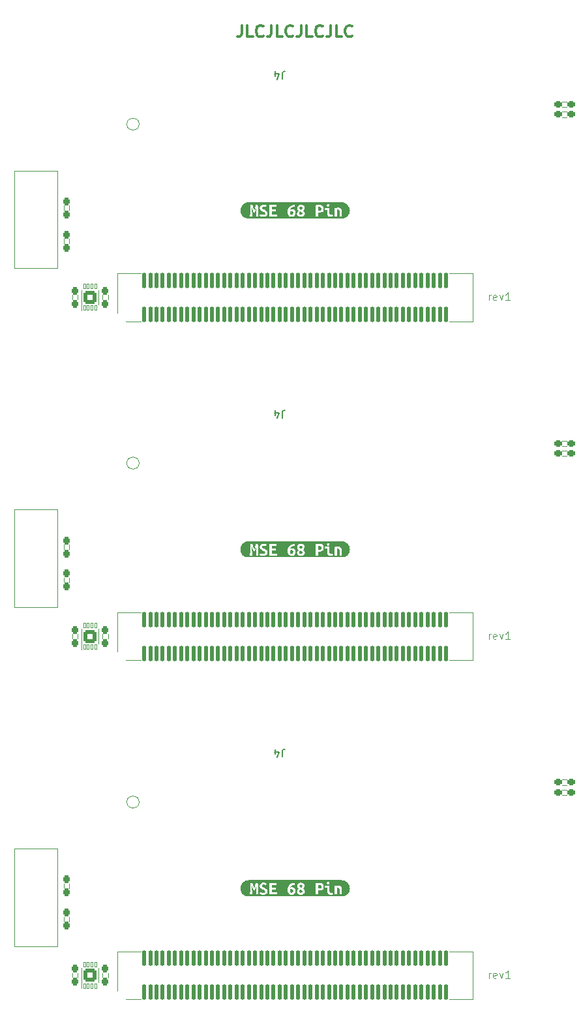
<source format=gto>
G04 #@! TF.GenerationSoftware,KiCad,Pcbnew,8.0.6*
G04 #@! TF.CreationDate,2024-11-07T02:27:43-08:00*
G04 #@! TF.ProjectId,mse-68-hd-panel,6d73652d-3638-42d6-9864-2d70616e656c,1*
G04 #@! TF.SameCoordinates,Original*
G04 #@! TF.FileFunction,Legend,Top*
G04 #@! TF.FilePolarity,Positive*
%FSLAX46Y46*%
G04 Gerber Fmt 4.6, Leading zero omitted, Abs format (unit mm)*
G04 Created by KiCad (PCBNEW 8.0.6) date 2024-11-07 02:27:43*
%MOMM*%
%LPD*%
G01*
G04 APERTURE LIST*
G04 Aperture macros list*
%AMRoundRect*
0 Rectangle with rounded corners*
0 $1 Rounding radius*
0 $2 $3 $4 $5 $6 $7 $8 $9 X,Y pos of 4 corners*
0 Add a 4 corners polygon primitive as box body*
4,1,4,$2,$3,$4,$5,$6,$7,$8,$9,$2,$3,0*
0 Add four circle primitives for the rounded corners*
1,1,$1+$1,$2,$3*
1,1,$1+$1,$4,$5*
1,1,$1+$1,$6,$7*
1,1,$1+$1,$8,$9*
0 Add four rect primitives between the rounded corners*
20,1,$1+$1,$2,$3,$4,$5,0*
20,1,$1+$1,$4,$5,$6,$7,0*
20,1,$1+$1,$6,$7,$8,$9,0*
20,1,$1+$1,$8,$9,$2,$3,0*%
G04 Aperture macros list end*
%ADD10C,0.100000*%
%ADD11C,0.300000*%
%ADD12C,0.150000*%
%ADD13C,0.000000*%
%ADD14C,0.120000*%
%ADD15C,0.500000*%
%ADD16RoundRect,0.225000X-0.225000X0.275000X-0.225000X-0.275000X0.225000X-0.275000X0.225000X0.275000X0*%
%ADD17C,2.300000*%
%ADD18C,2.700000*%
%ADD19C,1.950000*%
%ADD20RoundRect,0.062500X0.137500X-0.287500X0.137500X0.287500X-0.137500X0.287500X-0.137500X-0.287500X0*%
%ADD21RoundRect,0.265625X0.584375X-0.584375X0.584375X0.584375X-0.584375X0.584375X-0.584375X-0.584375X0*%
%ADD22C,2.500000*%
%ADD23RoundRect,0.225000X0.225000X-0.275000X0.225000X0.275000X-0.225000X0.275000X-0.225000X-0.275000X0*%
%ADD24RoundRect,0.225000X-0.275000X-0.225000X0.275000X-0.225000X0.275000X0.225000X-0.275000X0.225000X0*%
%ADD25C,6.500000*%
%ADD26RoundRect,0.225000X0.275000X0.225000X-0.275000X0.225000X-0.275000X-0.225000X0.275000X-0.225000X0*%
%ADD27C,0.800000*%
%ADD28C,1.200000*%
%ADD29RoundRect,0.125000X0.125000X0.925000X-0.125000X0.925000X-0.125000X-0.925000X0.125000X-0.925000X0*%
%ADD30C,1.300000*%
%ADD31C,4.200000*%
G04 APERTURE END LIST*
D10*
X-12357143Y10629581D02*
X-12357143Y11296248D01*
X-12357143Y11105772D02*
X-12309524Y11201010D01*
X-12309524Y11201010D02*
X-12261905Y11248629D01*
X-12261905Y11248629D02*
X-12166667Y11296248D01*
X-12166667Y11296248D02*
X-12071429Y11296248D01*
X-11357143Y10677200D02*
X-11452381Y10629581D01*
X-11452381Y10629581D02*
X-11642857Y10629581D01*
X-11642857Y10629581D02*
X-11738095Y10677200D01*
X-11738095Y10677200D02*
X-11785714Y10772439D01*
X-11785714Y10772439D02*
X-11785714Y11153391D01*
X-11785714Y11153391D02*
X-11738095Y11248629D01*
X-11738095Y11248629D02*
X-11642857Y11296248D01*
X-11642857Y11296248D02*
X-11452381Y11296248D01*
X-11452381Y11296248D02*
X-11357143Y11248629D01*
X-11357143Y11248629D02*
X-11309524Y11153391D01*
X-11309524Y11153391D02*
X-11309524Y11058153D01*
X-11309524Y11058153D02*
X-11785714Y10962915D01*
X-10976190Y11296248D02*
X-10738095Y10629581D01*
X-10738095Y10629581D02*
X-10500000Y11296248D01*
X-9595238Y10629581D02*
X-10166666Y10629581D01*
X-9880952Y10629581D02*
X-9880952Y11629581D01*
X-9880952Y11629581D02*
X-9976190Y11486724D01*
X-9976190Y11486724D02*
X-10071428Y11391486D01*
X-10071428Y11391486D02*
X-10166666Y11343867D01*
X-12357143Y98629581D02*
X-12357143Y99296248D01*
X-12357143Y99105772D02*
X-12309524Y99201010D01*
X-12309524Y99201010D02*
X-12261905Y99248629D01*
X-12261905Y99248629D02*
X-12166667Y99296248D01*
X-12166667Y99296248D02*
X-12071429Y99296248D01*
X-11357143Y98677200D02*
X-11452381Y98629581D01*
X-11452381Y98629581D02*
X-11642857Y98629581D01*
X-11642857Y98629581D02*
X-11738095Y98677200D01*
X-11738095Y98677200D02*
X-11785714Y98772439D01*
X-11785714Y98772439D02*
X-11785714Y99153391D01*
X-11785714Y99153391D02*
X-11738095Y99248629D01*
X-11738095Y99248629D02*
X-11642857Y99296248D01*
X-11642857Y99296248D02*
X-11452381Y99296248D01*
X-11452381Y99296248D02*
X-11357143Y99248629D01*
X-11357143Y99248629D02*
X-11309524Y99153391D01*
X-11309524Y99153391D02*
X-11309524Y99058153D01*
X-11309524Y99058153D02*
X-11785714Y98962915D01*
X-10976190Y99296248D02*
X-10738095Y98629581D01*
X-10738095Y98629581D02*
X-10500000Y99296248D01*
X-9595238Y98629581D02*
X-10166666Y98629581D01*
X-9880952Y98629581D02*
X-9880952Y99629581D01*
X-9880952Y99629581D02*
X-9976190Y99486724D01*
X-9976190Y99486724D02*
X-10071428Y99391486D01*
X-10071428Y99391486D02*
X-10166666Y99343867D01*
D11*
X-44428572Y134325172D02*
X-44428572Y133253743D01*
X-44428572Y133253743D02*
X-44500001Y133039458D01*
X-44500001Y133039458D02*
X-44642858Y132896600D01*
X-44642858Y132896600D02*
X-44857144Y132825172D01*
X-44857144Y132825172D02*
X-45000001Y132825172D01*
X-43000001Y132825172D02*
X-43714287Y132825172D01*
X-43714287Y132825172D02*
X-43714287Y134325172D01*
X-41642858Y132968029D02*
X-41714286Y132896600D01*
X-41714286Y132896600D02*
X-41928572Y132825172D01*
X-41928572Y132825172D02*
X-42071429Y132825172D01*
X-42071429Y132825172D02*
X-42285715Y132896600D01*
X-42285715Y132896600D02*
X-42428572Y133039458D01*
X-42428572Y133039458D02*
X-42500001Y133182315D01*
X-42500001Y133182315D02*
X-42571429Y133468029D01*
X-42571429Y133468029D02*
X-42571429Y133682315D01*
X-42571429Y133682315D02*
X-42500001Y133968029D01*
X-42500001Y133968029D02*
X-42428572Y134110886D01*
X-42428572Y134110886D02*
X-42285715Y134253743D01*
X-42285715Y134253743D02*
X-42071429Y134325172D01*
X-42071429Y134325172D02*
X-41928572Y134325172D01*
X-41928572Y134325172D02*
X-41714286Y134253743D01*
X-41714286Y134253743D02*
X-41642858Y134182315D01*
X-40571429Y134325172D02*
X-40571429Y133253743D01*
X-40571429Y133253743D02*
X-40642858Y133039458D01*
X-40642858Y133039458D02*
X-40785715Y132896600D01*
X-40785715Y132896600D02*
X-41000001Y132825172D01*
X-41000001Y132825172D02*
X-41142858Y132825172D01*
X-39142858Y132825172D02*
X-39857144Y132825172D01*
X-39857144Y132825172D02*
X-39857144Y134325172D01*
X-37785715Y132968029D02*
X-37857143Y132896600D01*
X-37857143Y132896600D02*
X-38071429Y132825172D01*
X-38071429Y132825172D02*
X-38214286Y132825172D01*
X-38214286Y132825172D02*
X-38428572Y132896600D01*
X-38428572Y132896600D02*
X-38571429Y133039458D01*
X-38571429Y133039458D02*
X-38642858Y133182315D01*
X-38642858Y133182315D02*
X-38714286Y133468029D01*
X-38714286Y133468029D02*
X-38714286Y133682315D01*
X-38714286Y133682315D02*
X-38642858Y133968029D01*
X-38642858Y133968029D02*
X-38571429Y134110886D01*
X-38571429Y134110886D02*
X-38428572Y134253743D01*
X-38428572Y134253743D02*
X-38214286Y134325172D01*
X-38214286Y134325172D02*
X-38071429Y134325172D01*
X-38071429Y134325172D02*
X-37857143Y134253743D01*
X-37857143Y134253743D02*
X-37785715Y134182315D01*
X-36714286Y134325172D02*
X-36714286Y133253743D01*
X-36714286Y133253743D02*
X-36785715Y133039458D01*
X-36785715Y133039458D02*
X-36928572Y132896600D01*
X-36928572Y132896600D02*
X-37142858Y132825172D01*
X-37142858Y132825172D02*
X-37285715Y132825172D01*
X-35285715Y132825172D02*
X-36000001Y132825172D01*
X-36000001Y132825172D02*
X-36000001Y134325172D01*
X-33928572Y132968029D02*
X-34000000Y132896600D01*
X-34000000Y132896600D02*
X-34214286Y132825172D01*
X-34214286Y132825172D02*
X-34357143Y132825172D01*
X-34357143Y132825172D02*
X-34571429Y132896600D01*
X-34571429Y132896600D02*
X-34714286Y133039458D01*
X-34714286Y133039458D02*
X-34785715Y133182315D01*
X-34785715Y133182315D02*
X-34857143Y133468029D01*
X-34857143Y133468029D02*
X-34857143Y133682315D01*
X-34857143Y133682315D02*
X-34785715Y133968029D01*
X-34785715Y133968029D02*
X-34714286Y134110886D01*
X-34714286Y134110886D02*
X-34571429Y134253743D01*
X-34571429Y134253743D02*
X-34357143Y134325172D01*
X-34357143Y134325172D02*
X-34214286Y134325172D01*
X-34214286Y134325172D02*
X-34000000Y134253743D01*
X-34000000Y134253743D02*
X-33928572Y134182315D01*
X-32857143Y134325172D02*
X-32857143Y133253743D01*
X-32857143Y133253743D02*
X-32928572Y133039458D01*
X-32928572Y133039458D02*
X-33071429Y132896600D01*
X-33071429Y132896600D02*
X-33285715Y132825172D01*
X-33285715Y132825172D02*
X-33428572Y132825172D01*
X-31428572Y132825172D02*
X-32142858Y132825172D01*
X-32142858Y132825172D02*
X-32142858Y134325172D01*
X-30071429Y132968029D02*
X-30142857Y132896600D01*
X-30142857Y132896600D02*
X-30357143Y132825172D01*
X-30357143Y132825172D02*
X-30500000Y132825172D01*
X-30500000Y132825172D02*
X-30714286Y132896600D01*
X-30714286Y132896600D02*
X-30857143Y133039458D01*
X-30857143Y133039458D02*
X-30928572Y133182315D01*
X-30928572Y133182315D02*
X-31000000Y133468029D01*
X-31000000Y133468029D02*
X-31000000Y133682315D01*
X-31000000Y133682315D02*
X-30928572Y133968029D01*
X-30928572Y133968029D02*
X-30857143Y134110886D01*
X-30857143Y134110886D02*
X-30714286Y134253743D01*
X-30714286Y134253743D02*
X-30500000Y134325172D01*
X-30500000Y134325172D02*
X-30357143Y134325172D01*
X-30357143Y134325172D02*
X-30142857Y134253743D01*
X-30142857Y134253743D02*
X-30071429Y134182315D01*
D10*
X-12357143Y54629581D02*
X-12357143Y55296248D01*
X-12357143Y55105772D02*
X-12309524Y55201010D01*
X-12309524Y55201010D02*
X-12261905Y55248629D01*
X-12261905Y55248629D02*
X-12166667Y55296248D01*
X-12166667Y55296248D02*
X-12071429Y55296248D01*
X-11357143Y54677200D02*
X-11452381Y54629581D01*
X-11452381Y54629581D02*
X-11642857Y54629581D01*
X-11642857Y54629581D02*
X-11738095Y54677200D01*
X-11738095Y54677200D02*
X-11785714Y54772439D01*
X-11785714Y54772439D02*
X-11785714Y55153391D01*
X-11785714Y55153391D02*
X-11738095Y55248629D01*
X-11738095Y55248629D02*
X-11642857Y55296248D01*
X-11642857Y55296248D02*
X-11452381Y55296248D01*
X-11452381Y55296248D02*
X-11357143Y55248629D01*
X-11357143Y55248629D02*
X-11309524Y55153391D01*
X-11309524Y55153391D02*
X-11309524Y55058153D01*
X-11309524Y55058153D02*
X-11785714Y54962915D01*
X-10976190Y55296248D02*
X-10738095Y54629581D01*
X-10738095Y54629581D02*
X-10500000Y55296248D01*
X-9595238Y54629581D02*
X-10166666Y54629581D01*
X-9880952Y54629581D02*
X-9880952Y55629581D01*
X-9880952Y55629581D02*
X-9976190Y55486724D01*
X-9976190Y55486724D02*
X-10071428Y55391486D01*
X-10071428Y55391486D02*
X-10166666Y55343867D01*
D12*
X-39166667Y127356820D02*
X-39166667Y128071105D01*
X-39166667Y128071105D02*
X-39119048Y128213962D01*
X-39119048Y128213962D02*
X-39023810Y128309200D01*
X-39023810Y128309200D02*
X-38880953Y128356820D01*
X-38880953Y128356820D02*
X-38785715Y128356820D01*
X-40071429Y127690153D02*
X-40071429Y128356820D01*
X-39833334Y127309200D02*
X-39595239Y128023486D01*
X-39595239Y128023486D02*
X-40214286Y128023486D01*
X-39166667Y39356820D02*
X-39166667Y40071105D01*
X-39166667Y40071105D02*
X-39119048Y40213962D01*
X-39119048Y40213962D02*
X-39023810Y40309200D01*
X-39023810Y40309200D02*
X-38880953Y40356820D01*
X-38880953Y40356820D02*
X-38785715Y40356820D01*
X-40071429Y39690153D02*
X-40071429Y40356820D01*
X-39833334Y39309200D02*
X-39595239Y40023486D01*
X-39595239Y40023486D02*
X-40214286Y40023486D01*
X-39166667Y83356820D02*
X-39166667Y84071105D01*
X-39166667Y84071105D02*
X-39119048Y84213962D01*
X-39119048Y84213962D02*
X-39023810Y84309200D01*
X-39023810Y84309200D02*
X-38880953Y84356820D01*
X-38880953Y84356820D02*
X-38785715Y84356820D01*
X-40071429Y83690153D02*
X-40071429Y84356820D01*
X-39833334Y83309200D02*
X-39595239Y84023486D01*
X-39595239Y84023486D02*
X-40214286Y84023486D01*
D10*
G04 #@! TO.C,R2*
X-67549999Y110902000D02*
X-67549999Y110302000D01*
X-66850001Y110302000D02*
X-66850001Y110902000D01*
G04 #@! TO.C,J3*
X-68370000Y58772001D02*
X-73969999Y58772000D01*
X-73969999Y71442000D01*
X-68369999Y71442000D01*
X-68370000Y58772001D01*
G04 #@! TO.C,U1*
X-65200000Y97302000D02*
X-65200000Y99952000D01*
X-63000000Y99952000D02*
X-63000000Y98052000D01*
G04 #@! TO.C,R2*
X-67549999Y22902000D02*
X-67549999Y22302000D01*
X-66850001Y22302000D02*
X-66850001Y22902000D01*
G04 #@! TO.C,U1*
X-65200000Y9302000D02*
X-65200000Y11952000D01*
X-63000000Y11952000D02*
X-63000000Y10052000D01*
D13*
G04 #@! TO.C,kibuzzard-672C6177*
G36*
X-36612783Y22735764D02*
G01*
X-36555836Y22608543D01*
X-36587338Y22478898D01*
X-36693962Y22356523D01*
X-36813308Y22413470D01*
X-36890246Y22467994D01*
X-36945981Y22606120D01*
X-36886611Y22734553D01*
X-36749697Y22778171D01*
X-36612783Y22735764D01*
G37*
G36*
X-36693962Y22093599D02*
G01*
X-36590973Y22033018D01*
X-36532815Y21966378D01*
X-36514641Y21881564D01*
X-36578857Y21756766D01*
X-36752120Y21704666D01*
X-36915691Y21754342D01*
X-36984754Y21900950D01*
X-36948405Y22033018D01*
X-36844204Y22157816D01*
X-36693962Y22093599D01*
G37*
G36*
X-34248586Y22733038D02*
G01*
X-34165287Y22692145D01*
X-34111672Y22618539D01*
X-34093800Y22506766D01*
X-34111975Y22388935D01*
X-34166498Y22311693D01*
X-34256765Y22268983D01*
X-34382169Y22254746D01*
X-34503332Y22254746D01*
X-34503332Y22739399D01*
X-34429422Y22745457D01*
X-34355513Y22746669D01*
X-34248586Y22733038D01*
G37*
G36*
X-37875909Y22185986D02*
G01*
X-37806240Y22139641D01*
X-37755351Y21963955D01*
X-37766256Y21879141D01*
X-37800182Y21799173D01*
X-37859552Y21738591D01*
X-37946789Y21714359D01*
X-38052201Y21744649D01*
X-38118841Y21825829D01*
X-38152767Y21940934D01*
X-38162460Y22075425D01*
X-38161248Y22121467D01*
X-38157613Y22165086D01*
X-38077645Y22191742D01*
X-37983138Y22201435D01*
X-37875909Y22185986D01*
G37*
G36*
X-31337556Y23343407D02*
G01*
X-31235974Y23328339D01*
X-31136358Y23303386D01*
X-31039668Y23268790D01*
X-30946834Y23224883D01*
X-30858751Y23172088D01*
X-30776267Y23110914D01*
X-30700176Y23041949D01*
X-30631212Y22965858D01*
X-30570037Y22883374D01*
X-30517242Y22795291D01*
X-30473335Y22702458D01*
X-30438739Y22605767D01*
X-30413786Y22506151D01*
X-30398718Y22404570D01*
X-30393679Y22302000D01*
X-30398718Y22199430D01*
X-30413786Y22097849D01*
X-30438739Y21998233D01*
X-30473335Y21901542D01*
X-30517242Y21808709D01*
X-30570037Y21720626D01*
X-30631212Y21638142D01*
X-30700176Y21562051D01*
X-30776267Y21493086D01*
X-30858751Y21431912D01*
X-30946834Y21379117D01*
X-31039668Y21335210D01*
X-31136358Y21300614D01*
X-31235974Y21275661D01*
X-31337556Y21260593D01*
X-31440125Y21255554D01*
X-31440327Y21255554D01*
X-32911248Y21255554D01*
X-34503332Y21255554D01*
X-36756967Y21255554D01*
X-37939519Y21255554D01*
X-40837742Y21255554D01*
X-41639842Y21255554D01*
X-42257775Y21255554D01*
X-43357936Y21255554D01*
X-43559875Y21255554D01*
X-43662444Y21260593D01*
X-43764026Y21275661D01*
X-43863642Y21300614D01*
X-43960332Y21335210D01*
X-44053166Y21379117D01*
X-44141249Y21431912D01*
X-44218217Y21488995D01*
X-43357936Y21488995D01*
X-43084107Y21488995D01*
X-43096224Y22654585D01*
X-42919326Y22019690D01*
X-42701232Y22019690D01*
X-42517064Y22654585D01*
X-42531603Y21488995D01*
X-42257775Y21488995D01*
X-42260118Y21571386D01*
X-42105109Y21571386D01*
X-41937904Y21497477D01*
X-41807653Y21467489D01*
X-41639842Y21457493D01*
X-41469810Y21470282D01*
X-41402247Y21488995D01*
X-40837742Y21488995D01*
X-39875707Y21488995D01*
X-39875707Y21736168D01*
X-40539681Y21736168D01*
X-40539681Y22102081D01*
X-38455674Y22102081D01*
X-38441000Y21900277D01*
X-38396978Y21737514D01*
X-38323607Y21613793D01*
X-38222233Y21526960D01*
X-38094204Y21474859D01*
X-37939519Y21457493D01*
X-37824414Y21469306D01*
X-37726272Y21504746D01*
X-37578453Y21627121D01*
X-37492427Y21791903D01*
X-37480975Y21864601D01*
X-37263429Y21864601D01*
X-37227080Y21693761D01*
X-37124091Y21565328D01*
X-36964156Y21485360D01*
X-36865711Y21464460D01*
X-36756967Y21457493D01*
X-36623082Y21467186D01*
X-36512217Y21496265D01*
X-36351070Y21594407D01*
X-36261410Y21728898D01*
X-36233542Y21876717D01*
X-36247779Y21985764D01*
X-36290489Y22085118D01*
X-36367730Y22175990D01*
X-36485561Y22259593D01*
X-36391054Y22335623D01*
X-36325626Y22428010D01*
X-36287460Y22529484D01*
X-36274737Y22632775D01*
X-36306543Y22793922D01*
X-36401959Y22918721D01*
X-36496989Y22969609D01*
X-34801393Y22969609D01*
X-34801393Y21488995D01*
X-34503332Y21488995D01*
X-34503332Y21995457D01*
X-34396708Y21995457D01*
X-34217522Y22008785D01*
X-34067683Y22048769D01*
X-33947193Y22115409D01*
X-33859013Y22211935D01*
X-33806105Y22341580D01*
X-33788469Y22504342D01*
X-33801892Y22627929D01*
X-33633380Y22627929D01*
X-33633380Y22380756D01*
X-33318356Y22380756D01*
X-33318356Y21961532D01*
X-33313510Y21849456D01*
X-33298970Y21750708D01*
X-33232330Y21594407D01*
X-33106321Y21496265D01*
X-33018174Y21470821D01*
X-32911248Y21462339D01*
X-32762217Y21478090D01*
X-32588954Y21537460D01*
X-32627726Y21777363D01*
X-32758582Y21732533D01*
X-32857936Y21721628D01*
X-32982734Y21771305D01*
X-33020295Y21922759D01*
X-33020295Y22591580D01*
X-32356321Y22591580D01*
X-32356321Y21488995D01*
X-32058259Y21488995D01*
X-32058259Y22383179D01*
X-31989196Y22390449D01*
X-31922557Y22392872D01*
X-31774737Y22322598D01*
X-31747476Y22229908D01*
X-31738389Y22092388D01*
X-31738389Y21488995D01*
X-31440327Y21488995D01*
X-31440327Y22131160D01*
X-31445779Y22242327D01*
X-31462137Y22343195D01*
X-31536046Y22507977D01*
X-31677807Y22614601D01*
X-31778978Y22642771D01*
X-31903170Y22652162D01*
X-32036147Y22647315D01*
X-32158825Y22632775D01*
X-32266963Y22612784D01*
X-32356321Y22591580D01*
X-33020295Y22591580D01*
X-33020295Y22627929D01*
X-33221426Y22627929D01*
X-33633380Y22627929D01*
X-33801892Y22627929D01*
X-33805971Y22665489D01*
X-33858475Y22793519D01*
X-33945981Y22888430D01*
X-34065260Y22953723D01*
X-34070339Y22955069D01*
X-33408017Y22955069D01*
X-33353494Y22816943D01*
X-33221426Y22766055D01*
X-33088146Y22816943D01*
X-33032411Y22955069D01*
X-33088146Y23095619D01*
X-33221426Y23146507D01*
X-33353494Y23095619D01*
X-33408017Y22955069D01*
X-34070339Y22955069D01*
X-34213079Y22992899D01*
X-34389439Y23005958D01*
X-34483946Y23003535D01*
X-34592993Y22997477D01*
X-34703251Y22986572D01*
X-34801393Y22969609D01*
X-36496989Y22969609D01*
X-36551292Y22998688D01*
X-36744851Y23025344D01*
X-36869649Y23015045D01*
X-36972637Y22984149D01*
X-37120456Y22879948D01*
X-37201636Y22738187D01*
X-37227080Y22586733D01*
X-37188308Y22412258D01*
X-37132573Y22332291D01*
X-37042912Y22257170D01*
X-37141660Y22173870D01*
X-37210117Y22079060D01*
X-37250101Y21975162D01*
X-37263429Y21864601D01*
X-37480975Y21864601D01*
X-37464560Y21968801D01*
X-37490004Y22152969D01*
X-37573607Y22305635D01*
X-37722637Y22409835D01*
X-37823506Y22438914D01*
X-37944366Y22448607D01*
X-38021910Y22437703D01*
X-38111571Y22407412D01*
X-38027968Y22564924D01*
X-37893477Y22667913D01*
X-37723849Y22724859D01*
X-37534834Y22744246D01*
X-37551797Y22998688D01*
X-37746264Y22984149D01*
X-37922557Y22940530D01*
X-38077645Y22868438D01*
X-38208502Y22768478D01*
X-38313611Y22641257D01*
X-38391458Y22487380D01*
X-38439620Y22307452D01*
X-38455674Y22102081D01*
X-40539681Y22102081D01*
X-40539681Y22157816D01*
X-40008986Y22157816D01*
X-40008986Y22404989D01*
X-40539681Y22404989D01*
X-40539681Y22741822D01*
X-39929019Y22741822D01*
X-39929019Y22988995D01*
X-40837742Y22988995D01*
X-40837742Y21488995D01*
X-41402247Y21488995D01*
X-41331280Y21508651D01*
X-41224253Y21572598D01*
X-41121567Y21711632D01*
X-41087338Y21898527D01*
X-41097637Y22011511D01*
X-41128534Y22103292D01*
X-41233946Y22238995D01*
X-41374495Y22326233D01*
X-41521103Y22385603D01*
X-41614398Y22421952D01*
X-41699212Y22466782D01*
X-41761006Y22524940D01*
X-41785238Y22601273D01*
X-41758852Y22696857D01*
X-41679692Y22754208D01*
X-41547758Y22773325D01*
X-41376918Y22749092D01*
X-41242427Y22690934D01*
X-41155190Y22921144D01*
X-41328453Y22991418D01*
X-41440226Y23015045D01*
X-41569568Y23022921D01*
X-41718060Y23009728D01*
X-41843666Y22970148D01*
X-41946385Y22904181D01*
X-42049071Y22762420D01*
X-42083300Y22574617D01*
X-42044527Y22396507D01*
X-41946385Y22276556D01*
X-41814317Y22196588D01*
X-41673768Y22140853D01*
X-41571991Y22098446D01*
X-41479907Y22047557D01*
X-41412056Y21983341D01*
X-41385400Y21900950D01*
X-41396305Y21829464D01*
X-41436288Y21766459D01*
X-41515044Y21722840D01*
X-41639842Y21707089D01*
X-41760703Y21715570D01*
X-41861571Y21741015D01*
X-42017872Y21813712D01*
X-42105109Y21571386D01*
X-42260118Y21571386D01*
X-42263227Y21680736D01*
X-42269891Y21868236D01*
X-42278069Y22053010D01*
X-42288065Y22236572D01*
X-42300182Y22420437D01*
X-42314721Y22606120D01*
X-42330775Y22795134D01*
X-42347435Y22988995D01*
X-42594608Y22988995D01*
X-42638227Y22860562D01*
X-42691539Y22694569D01*
X-42752120Y22510401D01*
X-42812702Y22325021D01*
X-42868437Y22499496D01*
X-42926595Y22686087D01*
X-42981119Y22858139D01*
X-43023526Y22988995D01*
X-43270699Y22988995D01*
X-43286753Y22824819D01*
X-43300989Y22647315D01*
X-43313409Y22460118D01*
X-43324011Y22266863D01*
X-43333401Y22069973D01*
X-43342185Y21871871D01*
X-43350363Y21676798D01*
X-43357936Y21488995D01*
X-44218217Y21488995D01*
X-44223733Y21493086D01*
X-44299824Y21562051D01*
X-44368788Y21638142D01*
X-44429963Y21720626D01*
X-44482758Y21808709D01*
X-44526665Y21901542D01*
X-44561261Y21998233D01*
X-44586214Y22097849D01*
X-44601282Y22199430D01*
X-44606321Y22302000D01*
X-44601282Y22404570D01*
X-44586214Y22506151D01*
X-44561261Y22605767D01*
X-44526665Y22702458D01*
X-44482758Y22795291D01*
X-44429963Y22883374D01*
X-44368788Y22965858D01*
X-44299824Y23041949D01*
X-44223733Y23110914D01*
X-44141249Y23172088D01*
X-44053166Y23224883D01*
X-43960332Y23268790D01*
X-43863642Y23303386D01*
X-43764026Y23328339D01*
X-43662444Y23343407D01*
X-43559875Y23348446D01*
X-43357936Y23348446D01*
X-31440327Y23348446D01*
X-31440125Y23348446D01*
X-31337556Y23343407D01*
G37*
D10*
G04 #@! TO.C,R3*
X-67549999Y18602000D02*
X-67549999Y18002000D01*
X-66850001Y18002000D02*
X-66850001Y18602000D01*
G04 #@! TO.C,C1*
X-66399999Y54702000D02*
X-66399999Y55302000D01*
X-65700001Y55302000D02*
X-65700001Y54702000D01*
G04 #@! TO.C,R3*
X-67549999Y106602000D02*
X-67549999Y106002000D01*
X-66850001Y106002000D02*
X-66850001Y106602000D01*
G04 #@! TO.C,R4*
X-2800000Y34402000D02*
X-2200000Y34402000D01*
X-2200000Y35102000D02*
X-2800000Y35102000D01*
G04 #@! TO.C,C2*
X-2800000Y80402000D02*
X-2200000Y80402000D01*
X-2200000Y79702000D02*
X-2800000Y79702000D01*
G04 #@! TO.C,C1*
X-66399999Y98702000D02*
X-66399999Y99302000D01*
X-65700001Y99302000D02*
X-65700001Y98702000D01*
G04 #@! TO.C,J3*
X-68370000Y14772001D02*
X-73969999Y14772000D01*
X-73969999Y27442000D01*
X-68369999Y27442000D01*
X-68370000Y14772001D01*
D14*
G04 #@! TO.C,J1*
X-60600001Y14102000D02*
X-60600000Y9002000D01*
X-60600001Y14102000D02*
X-57500001Y14102000D01*
X-59500000Y7902000D02*
X-57500001Y7902000D01*
X-17499999Y14102000D02*
X-14399999Y14102000D01*
X-17499999Y7902000D02*
X-14399999Y7902000D01*
X-14399999Y14102000D02*
X-14399999Y7902000D01*
X-60600001Y102102000D02*
X-60600000Y97002000D01*
X-60600001Y102102000D02*
X-57500001Y102102000D01*
X-59500000Y95902000D02*
X-57500001Y95902000D01*
X-17499999Y102102000D02*
X-14399999Y102102000D01*
X-17499999Y95902000D02*
X-14399999Y95902000D01*
X-14399999Y102102000D02*
X-14399999Y95902000D01*
D10*
G04 #@! TO.C,R2*
X-67549999Y66902000D02*
X-67549999Y66302000D01*
X-66850001Y66302000D02*
X-66850001Y66902000D01*
D14*
G04 #@! TO.C,J1*
X-60600001Y58102000D02*
X-60600000Y53002000D01*
X-60600001Y58102000D02*
X-57500001Y58102000D01*
X-59500000Y51902000D02*
X-57500001Y51902000D01*
X-17499999Y58102000D02*
X-14399999Y58102000D01*
X-17499999Y51902000D02*
X-14399999Y51902000D01*
X-14399999Y58102000D02*
X-14399999Y51902000D01*
D10*
G04 #@! TO.C,R1*
X-62499999Y99302000D02*
X-62499999Y98702000D01*
X-61800001Y98702000D02*
X-61800001Y99302000D01*
D14*
G04 #@! TO.C,J4*
X-57750000Y121486001D02*
G75*
G02*
X-59350000Y121486001I-800000J0D01*
G01*
X-59350000Y121486001D02*
G75*
G02*
X-57750000Y121486001I800000J0D01*
G01*
D10*
G04 #@! TO.C,R4*
X-2800000Y122402000D02*
X-2200000Y122402000D01*
X-2200000Y123102000D02*
X-2800000Y123102000D01*
D14*
G04 #@! TO.C,J4*
X-57750000Y33486001D02*
G75*
G02*
X-59350000Y33486001I-800000J0D01*
G01*
X-59350000Y33486001D02*
G75*
G02*
X-57750000Y33486001I800000J0D01*
G01*
D10*
G04 #@! TO.C,R1*
X-62499999Y11302000D02*
X-62499999Y10702000D01*
X-61800001Y10702000D02*
X-61800001Y11302000D01*
G04 #@! TO.C,R4*
X-2800000Y78402000D02*
X-2200000Y78402000D01*
X-2200000Y79102000D02*
X-2800000Y79102000D01*
G04 #@! TO.C,U1*
X-65200000Y53302000D02*
X-65200000Y55952000D01*
X-63000000Y55952000D02*
X-63000000Y54052000D01*
D13*
G04 #@! TO.C,kibuzzard-672C6177*
G36*
X-36612783Y66735764D02*
G01*
X-36555836Y66608543D01*
X-36587338Y66478898D01*
X-36693962Y66356523D01*
X-36813308Y66413470D01*
X-36890246Y66467994D01*
X-36945981Y66606120D01*
X-36886611Y66734553D01*
X-36749697Y66778171D01*
X-36612783Y66735764D01*
G37*
G36*
X-36693962Y66093599D02*
G01*
X-36590973Y66033018D01*
X-36532815Y65966378D01*
X-36514641Y65881564D01*
X-36578857Y65756766D01*
X-36752120Y65704666D01*
X-36915691Y65754342D01*
X-36984754Y65900950D01*
X-36948405Y66033018D01*
X-36844204Y66157816D01*
X-36693962Y66093599D01*
G37*
G36*
X-34248586Y66733038D02*
G01*
X-34165287Y66692145D01*
X-34111672Y66618539D01*
X-34093800Y66506766D01*
X-34111975Y66388935D01*
X-34166498Y66311693D01*
X-34256765Y66268983D01*
X-34382169Y66254746D01*
X-34503332Y66254746D01*
X-34503332Y66739399D01*
X-34429422Y66745457D01*
X-34355513Y66746669D01*
X-34248586Y66733038D01*
G37*
G36*
X-37875909Y66185986D02*
G01*
X-37806240Y66139641D01*
X-37755351Y65963955D01*
X-37766256Y65879141D01*
X-37800182Y65799173D01*
X-37859552Y65738591D01*
X-37946789Y65714359D01*
X-38052201Y65744649D01*
X-38118841Y65825829D01*
X-38152767Y65940934D01*
X-38162460Y66075425D01*
X-38161248Y66121467D01*
X-38157613Y66165086D01*
X-38077645Y66191742D01*
X-37983138Y66201435D01*
X-37875909Y66185986D01*
G37*
G36*
X-31337556Y67343407D02*
G01*
X-31235974Y67328339D01*
X-31136358Y67303386D01*
X-31039668Y67268790D01*
X-30946834Y67224883D01*
X-30858751Y67172088D01*
X-30776267Y67110914D01*
X-30700176Y67041949D01*
X-30631212Y66965858D01*
X-30570037Y66883374D01*
X-30517242Y66795291D01*
X-30473335Y66702458D01*
X-30438739Y66605767D01*
X-30413786Y66506151D01*
X-30398718Y66404570D01*
X-30393679Y66302000D01*
X-30398718Y66199430D01*
X-30413786Y66097849D01*
X-30438739Y65998233D01*
X-30473335Y65901542D01*
X-30517242Y65808709D01*
X-30570037Y65720626D01*
X-30631212Y65638142D01*
X-30700176Y65562051D01*
X-30776267Y65493086D01*
X-30858751Y65431912D01*
X-30946834Y65379117D01*
X-31039668Y65335210D01*
X-31136358Y65300614D01*
X-31235974Y65275661D01*
X-31337556Y65260593D01*
X-31440125Y65255554D01*
X-31440327Y65255554D01*
X-32911248Y65255554D01*
X-34503332Y65255554D01*
X-36756967Y65255554D01*
X-37939519Y65255554D01*
X-40837742Y65255554D01*
X-41639842Y65255554D01*
X-42257775Y65255554D01*
X-43357936Y65255554D01*
X-43559875Y65255554D01*
X-43662444Y65260593D01*
X-43764026Y65275661D01*
X-43863642Y65300614D01*
X-43960332Y65335210D01*
X-44053166Y65379117D01*
X-44141249Y65431912D01*
X-44218217Y65488995D01*
X-43357936Y65488995D01*
X-43084107Y65488995D01*
X-43096224Y66654585D01*
X-42919326Y66019690D01*
X-42701232Y66019690D01*
X-42517064Y66654585D01*
X-42531603Y65488995D01*
X-42257775Y65488995D01*
X-42260118Y65571386D01*
X-42105109Y65571386D01*
X-41937904Y65497477D01*
X-41807653Y65467489D01*
X-41639842Y65457493D01*
X-41469810Y65470282D01*
X-41402247Y65488995D01*
X-40837742Y65488995D01*
X-39875707Y65488995D01*
X-39875707Y65736168D01*
X-40539681Y65736168D01*
X-40539681Y66102081D01*
X-38455674Y66102081D01*
X-38441000Y65900277D01*
X-38396978Y65737514D01*
X-38323607Y65613793D01*
X-38222233Y65526960D01*
X-38094204Y65474859D01*
X-37939519Y65457493D01*
X-37824414Y65469306D01*
X-37726272Y65504746D01*
X-37578453Y65627121D01*
X-37492427Y65791903D01*
X-37480975Y65864601D01*
X-37263429Y65864601D01*
X-37227080Y65693761D01*
X-37124091Y65565328D01*
X-36964156Y65485360D01*
X-36865711Y65464460D01*
X-36756967Y65457493D01*
X-36623082Y65467186D01*
X-36512217Y65496265D01*
X-36351070Y65594407D01*
X-36261410Y65728898D01*
X-36233542Y65876717D01*
X-36247779Y65985764D01*
X-36290489Y66085118D01*
X-36367730Y66175990D01*
X-36485561Y66259593D01*
X-36391054Y66335623D01*
X-36325626Y66428010D01*
X-36287460Y66529484D01*
X-36274737Y66632775D01*
X-36306543Y66793922D01*
X-36401959Y66918721D01*
X-36496989Y66969609D01*
X-34801393Y66969609D01*
X-34801393Y65488995D01*
X-34503332Y65488995D01*
X-34503332Y65995457D01*
X-34396708Y65995457D01*
X-34217522Y66008785D01*
X-34067683Y66048769D01*
X-33947193Y66115409D01*
X-33859013Y66211935D01*
X-33806105Y66341580D01*
X-33788469Y66504342D01*
X-33801892Y66627929D01*
X-33633380Y66627929D01*
X-33633380Y66380756D01*
X-33318356Y66380756D01*
X-33318356Y65961532D01*
X-33313510Y65849456D01*
X-33298970Y65750708D01*
X-33232330Y65594407D01*
X-33106321Y65496265D01*
X-33018174Y65470821D01*
X-32911248Y65462339D01*
X-32762217Y65478090D01*
X-32588954Y65537460D01*
X-32627726Y65777363D01*
X-32758582Y65732533D01*
X-32857936Y65721628D01*
X-32982734Y65771305D01*
X-33020295Y65922759D01*
X-33020295Y66591580D01*
X-32356321Y66591580D01*
X-32356321Y65488995D01*
X-32058259Y65488995D01*
X-32058259Y66383179D01*
X-31989196Y66390449D01*
X-31922557Y66392872D01*
X-31774737Y66322598D01*
X-31747476Y66229908D01*
X-31738389Y66092388D01*
X-31738389Y65488995D01*
X-31440327Y65488995D01*
X-31440327Y66131160D01*
X-31445779Y66242327D01*
X-31462137Y66343195D01*
X-31536046Y66507977D01*
X-31677807Y66614601D01*
X-31778978Y66642771D01*
X-31903170Y66652162D01*
X-32036147Y66647315D01*
X-32158825Y66632775D01*
X-32266963Y66612784D01*
X-32356321Y66591580D01*
X-33020295Y66591580D01*
X-33020295Y66627929D01*
X-33221426Y66627929D01*
X-33633380Y66627929D01*
X-33801892Y66627929D01*
X-33805971Y66665489D01*
X-33858475Y66793519D01*
X-33945981Y66888430D01*
X-34065260Y66953723D01*
X-34070339Y66955069D01*
X-33408017Y66955069D01*
X-33353494Y66816943D01*
X-33221426Y66766055D01*
X-33088146Y66816943D01*
X-33032411Y66955069D01*
X-33088146Y67095619D01*
X-33221426Y67146507D01*
X-33353494Y67095619D01*
X-33408017Y66955069D01*
X-34070339Y66955069D01*
X-34213079Y66992899D01*
X-34389439Y67005958D01*
X-34483946Y67003535D01*
X-34592993Y66997477D01*
X-34703251Y66986572D01*
X-34801393Y66969609D01*
X-36496989Y66969609D01*
X-36551292Y66998688D01*
X-36744851Y67025344D01*
X-36869649Y67015045D01*
X-36972637Y66984149D01*
X-37120456Y66879948D01*
X-37201636Y66738187D01*
X-37227080Y66586733D01*
X-37188308Y66412258D01*
X-37132573Y66332291D01*
X-37042912Y66257170D01*
X-37141660Y66173870D01*
X-37210117Y66079060D01*
X-37250101Y65975162D01*
X-37263429Y65864601D01*
X-37480975Y65864601D01*
X-37464560Y65968801D01*
X-37490004Y66152969D01*
X-37573607Y66305635D01*
X-37722637Y66409835D01*
X-37823506Y66438914D01*
X-37944366Y66448607D01*
X-38021910Y66437703D01*
X-38111571Y66407412D01*
X-38027968Y66564924D01*
X-37893477Y66667913D01*
X-37723849Y66724859D01*
X-37534834Y66744246D01*
X-37551797Y66998688D01*
X-37746264Y66984149D01*
X-37922557Y66940530D01*
X-38077645Y66868438D01*
X-38208502Y66768478D01*
X-38313611Y66641257D01*
X-38391458Y66487380D01*
X-38439620Y66307452D01*
X-38455674Y66102081D01*
X-40539681Y66102081D01*
X-40539681Y66157816D01*
X-40008986Y66157816D01*
X-40008986Y66404989D01*
X-40539681Y66404989D01*
X-40539681Y66741822D01*
X-39929019Y66741822D01*
X-39929019Y66988995D01*
X-40837742Y66988995D01*
X-40837742Y65488995D01*
X-41402247Y65488995D01*
X-41331280Y65508651D01*
X-41224253Y65572598D01*
X-41121567Y65711632D01*
X-41087338Y65898527D01*
X-41097637Y66011511D01*
X-41128534Y66103292D01*
X-41233946Y66238995D01*
X-41374495Y66326233D01*
X-41521103Y66385603D01*
X-41614398Y66421952D01*
X-41699212Y66466782D01*
X-41761006Y66524940D01*
X-41785238Y66601273D01*
X-41758852Y66696857D01*
X-41679692Y66754208D01*
X-41547758Y66773325D01*
X-41376918Y66749092D01*
X-41242427Y66690934D01*
X-41155190Y66921144D01*
X-41328453Y66991418D01*
X-41440226Y67015045D01*
X-41569568Y67022921D01*
X-41718060Y67009728D01*
X-41843666Y66970148D01*
X-41946385Y66904181D01*
X-42049071Y66762420D01*
X-42083300Y66574617D01*
X-42044527Y66396507D01*
X-41946385Y66276556D01*
X-41814317Y66196588D01*
X-41673768Y66140853D01*
X-41571991Y66098446D01*
X-41479907Y66047557D01*
X-41412056Y65983341D01*
X-41385400Y65900950D01*
X-41396305Y65829464D01*
X-41436288Y65766459D01*
X-41515044Y65722840D01*
X-41639842Y65707089D01*
X-41760703Y65715570D01*
X-41861571Y65741015D01*
X-42017872Y65813712D01*
X-42105109Y65571386D01*
X-42260118Y65571386D01*
X-42263227Y65680736D01*
X-42269891Y65868236D01*
X-42278069Y66053010D01*
X-42288065Y66236572D01*
X-42300182Y66420437D01*
X-42314721Y66606120D01*
X-42330775Y66795134D01*
X-42347435Y66988995D01*
X-42594608Y66988995D01*
X-42638227Y66860562D01*
X-42691539Y66694569D01*
X-42752120Y66510401D01*
X-42812702Y66325021D01*
X-42868437Y66499496D01*
X-42926595Y66686087D01*
X-42981119Y66858139D01*
X-43023526Y66988995D01*
X-43270699Y66988995D01*
X-43286753Y66824819D01*
X-43300989Y66647315D01*
X-43313409Y66460118D01*
X-43324011Y66266863D01*
X-43333401Y66069973D01*
X-43342185Y65871871D01*
X-43350363Y65676798D01*
X-43357936Y65488995D01*
X-44218217Y65488995D01*
X-44223733Y65493086D01*
X-44299824Y65562051D01*
X-44368788Y65638142D01*
X-44429963Y65720626D01*
X-44482758Y65808709D01*
X-44526665Y65901542D01*
X-44561261Y65998233D01*
X-44586214Y66097849D01*
X-44601282Y66199430D01*
X-44606321Y66302000D01*
X-44601282Y66404570D01*
X-44586214Y66506151D01*
X-44561261Y66605767D01*
X-44526665Y66702458D01*
X-44482758Y66795291D01*
X-44429963Y66883374D01*
X-44368788Y66965858D01*
X-44299824Y67041949D01*
X-44223733Y67110914D01*
X-44141249Y67172088D01*
X-44053166Y67224883D01*
X-43960332Y67268790D01*
X-43863642Y67303386D01*
X-43764026Y67328339D01*
X-43662444Y67343407D01*
X-43559875Y67348446D01*
X-43357936Y67348446D01*
X-31440327Y67348446D01*
X-31440125Y67348446D01*
X-31337556Y67343407D01*
G37*
D10*
G04 #@! TO.C,J3*
X-68370000Y102772001D02*
X-73969999Y102772000D01*
X-73969999Y115442000D01*
X-68369999Y115442000D01*
X-68370000Y102772001D01*
D13*
G04 #@! TO.C,kibuzzard-672C6177*
G36*
X-36612783Y110735764D02*
G01*
X-36555836Y110608543D01*
X-36587338Y110478898D01*
X-36693962Y110356523D01*
X-36813308Y110413470D01*
X-36890246Y110467994D01*
X-36945981Y110606120D01*
X-36886611Y110734553D01*
X-36749697Y110778171D01*
X-36612783Y110735764D01*
G37*
G36*
X-36693962Y110093599D02*
G01*
X-36590973Y110033018D01*
X-36532815Y109966378D01*
X-36514641Y109881564D01*
X-36578857Y109756766D01*
X-36752120Y109704666D01*
X-36915691Y109754342D01*
X-36984754Y109900950D01*
X-36948405Y110033018D01*
X-36844204Y110157816D01*
X-36693962Y110093599D01*
G37*
G36*
X-34248586Y110733038D02*
G01*
X-34165287Y110692145D01*
X-34111672Y110618539D01*
X-34093800Y110506766D01*
X-34111975Y110388935D01*
X-34166498Y110311693D01*
X-34256765Y110268983D01*
X-34382169Y110254746D01*
X-34503332Y110254746D01*
X-34503332Y110739399D01*
X-34429422Y110745457D01*
X-34355513Y110746669D01*
X-34248586Y110733038D01*
G37*
G36*
X-37875909Y110185986D02*
G01*
X-37806240Y110139641D01*
X-37755351Y109963955D01*
X-37766256Y109879141D01*
X-37800182Y109799173D01*
X-37859552Y109738591D01*
X-37946789Y109714359D01*
X-38052201Y109744649D01*
X-38118841Y109825829D01*
X-38152767Y109940934D01*
X-38162460Y110075425D01*
X-38161248Y110121467D01*
X-38157613Y110165086D01*
X-38077645Y110191742D01*
X-37983138Y110201435D01*
X-37875909Y110185986D01*
G37*
G36*
X-31337556Y111343407D02*
G01*
X-31235974Y111328339D01*
X-31136358Y111303386D01*
X-31039668Y111268790D01*
X-30946834Y111224883D01*
X-30858751Y111172088D01*
X-30776267Y111110914D01*
X-30700176Y111041949D01*
X-30631212Y110965858D01*
X-30570037Y110883374D01*
X-30517242Y110795291D01*
X-30473335Y110702458D01*
X-30438739Y110605767D01*
X-30413786Y110506151D01*
X-30398718Y110404570D01*
X-30393679Y110302000D01*
X-30398718Y110199430D01*
X-30413786Y110097849D01*
X-30438739Y109998233D01*
X-30473335Y109901542D01*
X-30517242Y109808709D01*
X-30570037Y109720626D01*
X-30631212Y109638142D01*
X-30700176Y109562051D01*
X-30776267Y109493086D01*
X-30858751Y109431912D01*
X-30946834Y109379117D01*
X-31039668Y109335210D01*
X-31136358Y109300614D01*
X-31235974Y109275661D01*
X-31337556Y109260593D01*
X-31440125Y109255554D01*
X-31440327Y109255554D01*
X-32911248Y109255554D01*
X-34503332Y109255554D01*
X-36756967Y109255554D01*
X-37939519Y109255554D01*
X-40837742Y109255554D01*
X-41639842Y109255554D01*
X-42257775Y109255554D01*
X-43357936Y109255554D01*
X-43559875Y109255554D01*
X-43662444Y109260593D01*
X-43764026Y109275661D01*
X-43863642Y109300614D01*
X-43960332Y109335210D01*
X-44053166Y109379117D01*
X-44141249Y109431912D01*
X-44218217Y109488995D01*
X-43357936Y109488995D01*
X-43084107Y109488995D01*
X-43096224Y110654585D01*
X-42919326Y110019690D01*
X-42701232Y110019690D01*
X-42517064Y110654585D01*
X-42531603Y109488995D01*
X-42257775Y109488995D01*
X-42260118Y109571386D01*
X-42105109Y109571386D01*
X-41937904Y109497477D01*
X-41807653Y109467489D01*
X-41639842Y109457493D01*
X-41469810Y109470282D01*
X-41402247Y109488995D01*
X-40837742Y109488995D01*
X-39875707Y109488995D01*
X-39875707Y109736168D01*
X-40539681Y109736168D01*
X-40539681Y110102081D01*
X-38455674Y110102081D01*
X-38441000Y109900277D01*
X-38396978Y109737514D01*
X-38323607Y109613793D01*
X-38222233Y109526960D01*
X-38094204Y109474859D01*
X-37939519Y109457493D01*
X-37824414Y109469306D01*
X-37726272Y109504746D01*
X-37578453Y109627121D01*
X-37492427Y109791903D01*
X-37480975Y109864601D01*
X-37263429Y109864601D01*
X-37227080Y109693761D01*
X-37124091Y109565328D01*
X-36964156Y109485360D01*
X-36865711Y109464460D01*
X-36756967Y109457493D01*
X-36623082Y109467186D01*
X-36512217Y109496265D01*
X-36351070Y109594407D01*
X-36261410Y109728898D01*
X-36233542Y109876717D01*
X-36247779Y109985764D01*
X-36290489Y110085118D01*
X-36367730Y110175990D01*
X-36485561Y110259593D01*
X-36391054Y110335623D01*
X-36325626Y110428010D01*
X-36287460Y110529484D01*
X-36274737Y110632775D01*
X-36306543Y110793922D01*
X-36401959Y110918721D01*
X-36496989Y110969609D01*
X-34801393Y110969609D01*
X-34801393Y109488995D01*
X-34503332Y109488995D01*
X-34503332Y109995457D01*
X-34396708Y109995457D01*
X-34217522Y110008785D01*
X-34067683Y110048769D01*
X-33947193Y110115409D01*
X-33859013Y110211935D01*
X-33806105Y110341580D01*
X-33788469Y110504342D01*
X-33801892Y110627929D01*
X-33633380Y110627929D01*
X-33633380Y110380756D01*
X-33318356Y110380756D01*
X-33318356Y109961532D01*
X-33313510Y109849456D01*
X-33298970Y109750708D01*
X-33232330Y109594407D01*
X-33106321Y109496265D01*
X-33018174Y109470821D01*
X-32911248Y109462339D01*
X-32762217Y109478090D01*
X-32588954Y109537460D01*
X-32627726Y109777363D01*
X-32758582Y109732533D01*
X-32857936Y109721628D01*
X-32982734Y109771305D01*
X-33020295Y109922759D01*
X-33020295Y110591580D01*
X-32356321Y110591580D01*
X-32356321Y109488995D01*
X-32058259Y109488995D01*
X-32058259Y110383179D01*
X-31989196Y110390449D01*
X-31922557Y110392872D01*
X-31774737Y110322598D01*
X-31747476Y110229908D01*
X-31738389Y110092388D01*
X-31738389Y109488995D01*
X-31440327Y109488995D01*
X-31440327Y110131160D01*
X-31445779Y110242327D01*
X-31462137Y110343195D01*
X-31536046Y110507977D01*
X-31677807Y110614601D01*
X-31778978Y110642771D01*
X-31903170Y110652162D01*
X-32036147Y110647315D01*
X-32158825Y110632775D01*
X-32266963Y110612784D01*
X-32356321Y110591580D01*
X-33020295Y110591580D01*
X-33020295Y110627929D01*
X-33221426Y110627929D01*
X-33633380Y110627929D01*
X-33801892Y110627929D01*
X-33805971Y110665489D01*
X-33858475Y110793519D01*
X-33945981Y110888430D01*
X-34065260Y110953723D01*
X-34070339Y110955069D01*
X-33408017Y110955069D01*
X-33353494Y110816943D01*
X-33221426Y110766055D01*
X-33088146Y110816943D01*
X-33032411Y110955069D01*
X-33088146Y111095619D01*
X-33221426Y111146507D01*
X-33353494Y111095619D01*
X-33408017Y110955069D01*
X-34070339Y110955069D01*
X-34213079Y110992899D01*
X-34389439Y111005958D01*
X-34483946Y111003535D01*
X-34592993Y110997477D01*
X-34703251Y110986572D01*
X-34801393Y110969609D01*
X-36496989Y110969609D01*
X-36551292Y110998688D01*
X-36744851Y111025344D01*
X-36869649Y111015045D01*
X-36972637Y110984149D01*
X-37120456Y110879948D01*
X-37201636Y110738187D01*
X-37227080Y110586733D01*
X-37188308Y110412258D01*
X-37132573Y110332291D01*
X-37042912Y110257170D01*
X-37141660Y110173870D01*
X-37210117Y110079060D01*
X-37250101Y109975162D01*
X-37263429Y109864601D01*
X-37480975Y109864601D01*
X-37464560Y109968801D01*
X-37490004Y110152969D01*
X-37573607Y110305635D01*
X-37722637Y110409835D01*
X-37823506Y110438914D01*
X-37944366Y110448607D01*
X-38021910Y110437703D01*
X-38111571Y110407412D01*
X-38027968Y110564924D01*
X-37893477Y110667913D01*
X-37723849Y110724859D01*
X-37534834Y110744246D01*
X-37551797Y110998688D01*
X-37746264Y110984149D01*
X-37922557Y110940530D01*
X-38077645Y110868438D01*
X-38208502Y110768478D01*
X-38313611Y110641257D01*
X-38391458Y110487380D01*
X-38439620Y110307452D01*
X-38455674Y110102081D01*
X-40539681Y110102081D01*
X-40539681Y110157816D01*
X-40008986Y110157816D01*
X-40008986Y110404989D01*
X-40539681Y110404989D01*
X-40539681Y110741822D01*
X-39929019Y110741822D01*
X-39929019Y110988995D01*
X-40837742Y110988995D01*
X-40837742Y109488995D01*
X-41402247Y109488995D01*
X-41331280Y109508651D01*
X-41224253Y109572598D01*
X-41121567Y109711632D01*
X-41087338Y109898527D01*
X-41097637Y110011511D01*
X-41128534Y110103292D01*
X-41233946Y110238995D01*
X-41374495Y110326233D01*
X-41521103Y110385603D01*
X-41614398Y110421952D01*
X-41699212Y110466782D01*
X-41761006Y110524940D01*
X-41785238Y110601273D01*
X-41758852Y110696857D01*
X-41679692Y110754208D01*
X-41547758Y110773325D01*
X-41376918Y110749092D01*
X-41242427Y110690934D01*
X-41155190Y110921144D01*
X-41328453Y110991418D01*
X-41440226Y111015045D01*
X-41569568Y111022921D01*
X-41718060Y111009728D01*
X-41843666Y110970148D01*
X-41946385Y110904181D01*
X-42049071Y110762420D01*
X-42083300Y110574617D01*
X-42044527Y110396507D01*
X-41946385Y110276556D01*
X-41814317Y110196588D01*
X-41673768Y110140853D01*
X-41571991Y110098446D01*
X-41479907Y110047557D01*
X-41412056Y109983341D01*
X-41385400Y109900950D01*
X-41396305Y109829464D01*
X-41436288Y109766459D01*
X-41515044Y109722840D01*
X-41639842Y109707089D01*
X-41760703Y109715570D01*
X-41861571Y109741015D01*
X-42017872Y109813712D01*
X-42105109Y109571386D01*
X-42260118Y109571386D01*
X-42263227Y109680736D01*
X-42269891Y109868236D01*
X-42278069Y110053010D01*
X-42288065Y110236572D01*
X-42300182Y110420437D01*
X-42314721Y110606120D01*
X-42330775Y110795134D01*
X-42347435Y110988995D01*
X-42594608Y110988995D01*
X-42638227Y110860562D01*
X-42691539Y110694569D01*
X-42752120Y110510401D01*
X-42812702Y110325021D01*
X-42868437Y110499496D01*
X-42926595Y110686087D01*
X-42981119Y110858139D01*
X-43023526Y110988995D01*
X-43270699Y110988995D01*
X-43286753Y110824819D01*
X-43300989Y110647315D01*
X-43313409Y110460118D01*
X-43324011Y110266863D01*
X-43333401Y110069973D01*
X-43342185Y109871871D01*
X-43350363Y109676798D01*
X-43357936Y109488995D01*
X-44218217Y109488995D01*
X-44223733Y109493086D01*
X-44299824Y109562051D01*
X-44368788Y109638142D01*
X-44429963Y109720626D01*
X-44482758Y109808709D01*
X-44526665Y109901542D01*
X-44561261Y109998233D01*
X-44586214Y110097849D01*
X-44601282Y110199430D01*
X-44606321Y110302000D01*
X-44601282Y110404570D01*
X-44586214Y110506151D01*
X-44561261Y110605767D01*
X-44526665Y110702458D01*
X-44482758Y110795291D01*
X-44429963Y110883374D01*
X-44368788Y110965858D01*
X-44299824Y111041949D01*
X-44223733Y111110914D01*
X-44141249Y111172088D01*
X-44053166Y111224883D01*
X-43960332Y111268790D01*
X-43863642Y111303386D01*
X-43764026Y111328339D01*
X-43662444Y111343407D01*
X-43559875Y111348446D01*
X-43357936Y111348446D01*
X-31440327Y111348446D01*
X-31440125Y111348446D01*
X-31337556Y111343407D01*
G37*
D10*
G04 #@! TO.C,C1*
X-66399999Y10702000D02*
X-66399999Y11302000D01*
X-65700001Y11302000D02*
X-65700001Y10702000D01*
G04 #@! TO.C,C2*
X-2800000Y124402000D02*
X-2200000Y124402000D01*
X-2200000Y123702000D02*
X-2800000Y123702000D01*
G04 #@! TO.C,R3*
X-67549999Y62602000D02*
X-67549999Y62002000D01*
X-66850001Y62002000D02*
X-66850001Y62602000D01*
D14*
G04 #@! TO.C,J4*
X-57750000Y77486001D02*
G75*
G02*
X-59350000Y77486001I-800000J0D01*
G01*
X-59350000Y77486001D02*
G75*
G02*
X-57750000Y77486001I800000J0D01*
G01*
D10*
G04 #@! TO.C,C2*
X-2800000Y36402000D02*
X-2200000Y36402000D01*
X-2200000Y35702000D02*
X-2800000Y35702000D01*
G04 #@! TO.C,R1*
X-62499999Y55302000D02*
X-62499999Y54702000D01*
X-61800001Y54702000D02*
X-61800001Y55302000D01*
G04 #@! TD*
%LPC*%
D15*
G04 #@! TO.C,KiKit_MB_2_5*
X-62739400Y129002000D03*
G04 #@! TD*
G04 #@! TO.C,KiKit_MB_1_2*
X-9739401Y95002000D03*
G04 #@! TD*
D16*
G04 #@! TO.C,R2*
X-67200000Y111452000D03*
X-67200000Y109752000D03*
G04 #@! TD*
D15*
G04 #@! TO.C,KiKit_MB_4_3*
X-63579800Y95002000D03*
G04 #@! TD*
G04 #@! TO.C,KiKit_MB_6_1*
X-66100999Y85002000D03*
G04 #@! TD*
D17*
G04 #@! TO.C,J3*
X-72440000Y61872000D03*
D18*
X-69900000Y68342000D03*
D19*
X-72440000Y67012000D03*
X-69900000Y65742000D03*
X-72440000Y64472000D03*
X-69900000Y63202000D03*
G04 #@! TD*
D15*
G04 #@! TO.C,KiKit_MB_2_3*
X-64420199Y129002000D03*
G04 #@! TD*
D20*
G04 #@! TO.C,U1*
X-64850001Y97602000D03*
X-64350000Y97602000D03*
X-63850000Y97602000D03*
X-63349999Y97602000D03*
X-63349999Y100402000D03*
X-63850000Y100402000D03*
X-64350000Y100402000D03*
X-64850001Y100402000D03*
D21*
X-64100000Y99002000D03*
G04 #@! TD*
D16*
G04 #@! TO.C,R2*
X-67200000Y23452000D03*
X-67200000Y21752000D03*
G04 #@! TD*
D15*
G04 #@! TO.C,KiKit_MB_3_6*
X-8899001Y129002000D03*
G04 #@! TD*
D22*
G04 #@! TO.C,KiKit_FID_T_3*
X-72500000Y2500000D03*
G04 #@! TD*
D15*
G04 #@! TO.C,KiKit_MB_12_1*
X-61899000Y7002000D03*
G04 #@! TD*
G04 #@! TO.C,KiKit_MB_5_2*
X-9739401Y51002000D03*
G04 #@! TD*
G04 #@! TO.C,KiKit_MB_12_2*
X-62739400Y7002000D03*
G04 #@! TD*
G04 #@! TO.C,KiKit_MB_7_5*
X-9739401Y85002000D03*
G04 #@! TD*
D22*
G04 #@! TO.C,KiKit_FID_T_1*
X-72500000Y133503500D03*
G04 #@! TD*
D15*
G04 #@! TO.C,KiKit_MB_4_5*
X-65260599Y95002000D03*
G04 #@! TD*
G04 #@! TO.C,KiKit_MB_10_2*
X-65260599Y41002000D03*
G04 #@! TD*
D20*
G04 #@! TO.C,U1*
X-64850001Y9602000D03*
X-64350000Y9602000D03*
X-63850000Y9602000D03*
X-63349999Y9602000D03*
X-63349999Y12402000D03*
X-63850000Y12402000D03*
X-64350000Y12402000D03*
X-64850001Y12402000D03*
D21*
X-64100000Y11002000D03*
G04 #@! TD*
D15*
G04 #@! TO.C,KiKit_MB_10_1*
X-66100999Y41002000D03*
G04 #@! TD*
D23*
G04 #@! TO.C,R3*
X-67200000Y17452000D03*
X-67200000Y19152000D03*
G04 #@! TD*
G04 #@! TO.C,C1*
X-66050000Y54152000D03*
X-66050000Y55852000D03*
G04 #@! TD*
D15*
G04 #@! TO.C,KiKit_MB_7_3*
X-11420200Y85002000D03*
G04 #@! TD*
G04 #@! TO.C,KiKit_MB_5_4*
X-11420200Y51002000D03*
G04 #@! TD*
G04 #@! TO.C,KiKit_MB_10_4*
X-63579800Y41002000D03*
G04 #@! TD*
G04 #@! TO.C,KiKit_MB_11_2*
X-12260600Y41002000D03*
G04 #@! TD*
D23*
G04 #@! TO.C,R3*
X-67200000Y105452000D03*
X-67200000Y107152000D03*
G04 #@! TD*
D15*
G04 #@! TO.C,KiKit_MB_5_1*
X-8899001Y51002000D03*
G04 #@! TD*
G04 #@! TO.C,KiKit_MB_7_1*
X-13101000Y85002000D03*
G04 #@! TD*
D24*
G04 #@! TO.C,R4*
X-3350000Y34752000D03*
X-1650000Y34752000D03*
G04 #@! TD*
D15*
G04 #@! TO.C,KiKit_MB_5_3*
X-10579801Y51002000D03*
G04 #@! TD*
G04 #@! TO.C,KiKit_MB_10_6*
X-61899000Y41002000D03*
G04 #@! TD*
G04 #@! TO.C,KiKit_MB_8_5*
X-65260599Y51002000D03*
G04 #@! TD*
D25*
G04 #@! TO.C,H4*
X-4000000Y99002000D03*
G04 #@! TD*
D15*
G04 #@! TO.C,KiKit_MB_11_1*
X-13101000Y41002000D03*
G04 #@! TD*
D26*
G04 #@! TO.C,C2*
X-1650000Y80052000D03*
X-3350000Y80052000D03*
G04 #@! TD*
D15*
G04 #@! TO.C,KiKit_MB_6_3*
X-64420199Y85002000D03*
G04 #@! TD*
D25*
G04 #@! TO.C,H4*
X-4000000Y11002000D03*
G04 #@! TD*
D15*
G04 #@! TO.C,KiKit_MB_12_5*
X-65260599Y7002000D03*
G04 #@! TD*
D23*
G04 #@! TO.C,C1*
X-66050000Y98152000D03*
X-66050000Y99852000D03*
G04 #@! TD*
D17*
G04 #@! TO.C,J3*
X-72440000Y17872000D03*
D18*
X-69900000Y24342000D03*
D19*
X-72440000Y23012000D03*
X-69900000Y21742000D03*
X-72440000Y20472000D03*
X-69900000Y19202000D03*
G04 #@! TD*
D15*
G04 #@! TO.C,KiKit_MB_6_4*
X-63579800Y85002000D03*
G04 #@! TD*
D27*
G04 #@! TO.C,J1*
X-15400000Y11002000D03*
D28*
X-59600000Y11002000D03*
D29*
X-57100000Y8802000D03*
X-57100000Y13202000D03*
X-56300000Y8802001D03*
X-56300000Y13201999D03*
X-55500000Y8802000D03*
X-55500000Y13202000D03*
X-54700001Y8802000D03*
X-54700001Y13202000D03*
X-53900000Y8802000D03*
X-53900000Y13202000D03*
X-53100000Y8802000D03*
X-53100000Y13202000D03*
X-52299999Y8802000D03*
X-52299999Y13202000D03*
X-51500000Y8802000D03*
X-51500000Y13202000D03*
X-50700000Y8802001D03*
X-50700000Y13201999D03*
X-49900000Y8802000D03*
X-49900000Y13202000D03*
X-49100000Y8802000D03*
X-49100000Y13202000D03*
X-48300000Y8802000D03*
X-48300000Y13202000D03*
X-47500000Y8802000D03*
X-47500000Y13202000D03*
X-46699999Y8802000D03*
X-46699999Y13202000D03*
X-45900000Y8802000D03*
X-45900000Y13202000D03*
X-45100000Y8802001D03*
X-45100000Y13201999D03*
X-44300000Y8802000D03*
X-44300000Y13202000D03*
X-43500000Y8802000D03*
X-43500000Y13202000D03*
X-42700000Y8802000D03*
X-42700000Y13202000D03*
X-41900000Y8802000D03*
X-41900000Y13202000D03*
X-41099999Y8802000D03*
X-41099999Y13202000D03*
X-40300000Y8802000D03*
X-40300000Y13202000D03*
X-39500000Y8802001D03*
X-39500000Y13201999D03*
X-38700000Y8802000D03*
X-38700000Y13202000D03*
X-37900000Y8802000D03*
X-37900000Y13202000D03*
X-37100000Y8802000D03*
X-37100000Y13202000D03*
X-36300000Y8802000D03*
X-36300000Y13202000D03*
X-35500000Y8802001D03*
X-35500000Y13201999D03*
X-34700000Y8802000D03*
X-34700000Y13202000D03*
X-33900001Y8802000D03*
X-33900001Y13202000D03*
X-33100000Y8802000D03*
X-33100000Y13202000D03*
X-32300000Y8802000D03*
X-32300000Y13202000D03*
X-31500000Y8802000D03*
X-31500000Y13202000D03*
X-30700000Y8802000D03*
X-30700000Y13202000D03*
X-29900000Y8802001D03*
X-29900000Y13201999D03*
X-29100000Y8802000D03*
X-29100000Y13202000D03*
X-28300001Y8802000D03*
X-28300001Y13202000D03*
X-27500000Y8802000D03*
X-27500000Y13202000D03*
X-26700000Y8802000D03*
X-26700000Y13202000D03*
X-25900000Y8802000D03*
X-25900000Y13202000D03*
X-25100000Y8802000D03*
X-25100000Y13202000D03*
X-24300000Y8802001D03*
X-24300000Y13201999D03*
X-23500000Y8802000D03*
X-23500000Y13202000D03*
X-22700001Y8802000D03*
X-22700001Y13202000D03*
X-21900000Y8802000D03*
X-21900000Y13202000D03*
X-21100000Y8802000D03*
X-21100000Y13202000D03*
X-20299999Y8802000D03*
X-20299999Y13202000D03*
X-19500000Y8802000D03*
X-19500000Y13202000D03*
X-18700000Y8802001D03*
X-18700000Y13201999D03*
X-17900000Y8802000D03*
X-17900000Y13202000D03*
G04 #@! TD*
D25*
G04 #@! TO.C,H3*
X-71000000Y11002000D03*
G04 #@! TD*
D27*
G04 #@! TO.C,J1*
X-15400000Y99002000D03*
D28*
X-59600000Y99002000D03*
D29*
X-57100000Y96802000D03*
X-57100000Y101202000D03*
X-56300000Y96802001D03*
X-56300000Y101201999D03*
X-55500000Y96802000D03*
X-55500000Y101202000D03*
X-54700001Y96802000D03*
X-54700001Y101202000D03*
X-53900000Y96802000D03*
X-53900000Y101202000D03*
X-53100000Y96802000D03*
X-53100000Y101202000D03*
X-52299999Y96802000D03*
X-52299999Y101202000D03*
X-51500000Y96802000D03*
X-51500000Y101202000D03*
X-50700000Y96802001D03*
X-50700000Y101201999D03*
X-49900000Y96802000D03*
X-49900000Y101202000D03*
X-49100000Y96802000D03*
X-49100000Y101202000D03*
X-48300000Y96802000D03*
X-48300000Y101202000D03*
X-47500000Y96802000D03*
X-47500000Y101202000D03*
X-46699999Y96802000D03*
X-46699999Y101202000D03*
X-45900000Y96802000D03*
X-45900000Y101202000D03*
X-45100000Y96802001D03*
X-45100000Y101201999D03*
X-44300000Y96802000D03*
X-44300000Y101202000D03*
X-43500000Y96802000D03*
X-43500000Y101202000D03*
X-42700000Y96802000D03*
X-42700000Y101202000D03*
X-41900000Y96802000D03*
X-41900000Y101202000D03*
X-41099999Y96802000D03*
X-41099999Y101202000D03*
X-40300000Y96802000D03*
X-40300000Y101202000D03*
X-39500000Y96802001D03*
X-39500000Y101201999D03*
X-38700000Y96802000D03*
X-38700000Y101202000D03*
X-37900000Y96802000D03*
X-37900000Y101202000D03*
X-37100000Y96802000D03*
X-37100000Y101202000D03*
X-36300000Y96802000D03*
X-36300000Y101202000D03*
X-35500000Y96802001D03*
X-35500000Y101201999D03*
X-34700000Y96802000D03*
X-34700000Y101202000D03*
X-33900001Y96802000D03*
X-33900001Y101202000D03*
X-33100000Y96802000D03*
X-33100000Y101202000D03*
X-32300000Y96802000D03*
X-32300000Y101202000D03*
X-31500000Y96802000D03*
X-31500000Y101202000D03*
X-30700000Y96802000D03*
X-30700000Y101202000D03*
X-29900000Y96802001D03*
X-29900000Y101201999D03*
X-29100000Y96802000D03*
X-29100000Y101202000D03*
X-28300001Y96802000D03*
X-28300001Y101202000D03*
X-27500000Y96802000D03*
X-27500000Y101202000D03*
X-26700000Y96802000D03*
X-26700000Y101202000D03*
X-25900000Y96802000D03*
X-25900000Y101202000D03*
X-25100000Y96802000D03*
X-25100000Y101202000D03*
X-24300000Y96802001D03*
X-24300000Y101201999D03*
X-23500000Y96802000D03*
X-23500000Y101202000D03*
X-22700001Y96802000D03*
X-22700001Y101202000D03*
X-21900000Y96802000D03*
X-21900000Y101202000D03*
X-21100000Y96802000D03*
X-21100000Y101202000D03*
X-20299999Y96802000D03*
X-20299999Y101202000D03*
X-19500000Y96802000D03*
X-19500000Y101202000D03*
X-18700000Y96802001D03*
X-18700000Y101201999D03*
X-17900000Y96802000D03*
X-17900000Y101202000D03*
G04 #@! TD*
D15*
G04 #@! TO.C,KiKit_MB_6_2*
X-65260599Y85002000D03*
G04 #@! TD*
D16*
G04 #@! TO.C,R2*
X-67200000Y67452000D03*
X-67200000Y65752000D03*
G04 #@! TD*
D15*
G04 #@! TO.C,KiKit_MB_3_1*
X-13101000Y129002000D03*
G04 #@! TD*
G04 #@! TO.C,KiKit_MB_7_4*
X-10579801Y85002000D03*
G04 #@! TD*
G04 #@! TO.C,KiKit_MB_8_3*
X-63579800Y51002000D03*
G04 #@! TD*
D27*
G04 #@! TO.C,J1*
X-15400000Y55002000D03*
D28*
X-59600000Y55002000D03*
D29*
X-57100000Y52802000D03*
X-57100000Y57202000D03*
X-56300000Y52802001D03*
X-56300000Y57201999D03*
X-55500000Y52802000D03*
X-55500000Y57202000D03*
X-54700001Y52802000D03*
X-54700001Y57202000D03*
X-53900000Y52802000D03*
X-53900000Y57202000D03*
X-53100000Y52802000D03*
X-53100000Y57202000D03*
X-52299999Y52802000D03*
X-52299999Y57202000D03*
X-51500000Y52802000D03*
X-51500000Y57202000D03*
X-50700000Y52802001D03*
X-50700000Y57201999D03*
X-49900000Y52802000D03*
X-49900000Y57202000D03*
X-49100000Y52802000D03*
X-49100000Y57202000D03*
X-48300000Y52802000D03*
X-48300000Y57202000D03*
X-47500000Y52802000D03*
X-47500000Y57202000D03*
X-46699999Y52802000D03*
X-46699999Y57202000D03*
X-45900000Y52802000D03*
X-45900000Y57202000D03*
X-45100000Y52802001D03*
X-45100000Y57201999D03*
X-44300000Y52802000D03*
X-44300000Y57202000D03*
X-43500000Y52802000D03*
X-43500000Y57202000D03*
X-42700000Y52802000D03*
X-42700000Y57202000D03*
X-41900000Y52802000D03*
X-41900000Y57202000D03*
X-41099999Y52802000D03*
X-41099999Y57202000D03*
X-40300000Y52802000D03*
X-40300000Y57202000D03*
X-39500000Y52802001D03*
X-39500000Y57201999D03*
X-38700000Y52802000D03*
X-38700000Y57202000D03*
X-37900000Y52802000D03*
X-37900000Y57202000D03*
X-37100000Y52802000D03*
X-37100000Y57202000D03*
X-36300000Y52802000D03*
X-36300000Y57202000D03*
X-35500000Y52802001D03*
X-35500000Y57201999D03*
X-34700000Y52802000D03*
X-34700000Y57202000D03*
X-33900001Y52802000D03*
X-33900001Y57202000D03*
X-33100000Y52802000D03*
X-33100000Y57202000D03*
X-32300000Y52802000D03*
X-32300000Y57202000D03*
X-31500000Y52802000D03*
X-31500000Y57202000D03*
X-30700000Y52802000D03*
X-30700000Y57202000D03*
X-29900000Y52802001D03*
X-29900000Y57201999D03*
X-29100000Y52802000D03*
X-29100000Y57202000D03*
X-28300001Y52802000D03*
X-28300001Y57202000D03*
X-27500000Y52802000D03*
X-27500000Y57202000D03*
X-26700000Y52802000D03*
X-26700000Y57202000D03*
X-25900000Y52802000D03*
X-25900000Y57202000D03*
X-25100000Y52802000D03*
X-25100000Y57202000D03*
X-24300000Y52802001D03*
X-24300000Y57201999D03*
X-23500000Y52802000D03*
X-23500000Y57202000D03*
X-22700001Y52802000D03*
X-22700001Y57202000D03*
X-21900000Y52802000D03*
X-21900000Y57202000D03*
X-21100000Y52802000D03*
X-21100000Y57202000D03*
X-20299999Y52802000D03*
X-20299999Y57202000D03*
X-19500000Y52802000D03*
X-19500000Y57202000D03*
X-18700000Y52802001D03*
X-18700000Y57201999D03*
X-17900000Y52802000D03*
X-17900000Y57202000D03*
G04 #@! TD*
D15*
G04 #@! TO.C,KiKit_MB_9_5*
X-12260600Y7002000D03*
G04 #@! TD*
G04 #@! TO.C,KiKit_MB_1_1*
X-8899001Y95002000D03*
G04 #@! TD*
D23*
G04 #@! TO.C,R1*
X-62150000Y98152000D03*
X-62150000Y99852000D03*
G04 #@! TD*
D30*
G04 #@! TO.C,J4*
X-58550000Y121486001D03*
X-57280000Y119581000D03*
X-56010000Y121486001D03*
X-54739999Y119581000D03*
X-53470000Y121486001D03*
X-52199999Y119581000D03*
X-50930000Y121486000D03*
X-49659999Y119581000D03*
X-48390000Y121486001D03*
X-47119999Y119581000D03*
X-45850000Y121486001D03*
X-44579998Y119581000D03*
X-43310000Y121486001D03*
X-42039999Y119581000D03*
X-40770000Y121486000D03*
X-39499999Y119581000D03*
X-38230000Y121486000D03*
X-36959999Y119581000D03*
X-35690000Y121486001D03*
X-34420000Y119581000D03*
X-33150000Y121486001D03*
X-31879999Y119581000D03*
X-30610000Y121486001D03*
X-29339999Y119581000D03*
X-28070000Y121486000D03*
X-26799999Y119581000D03*
X-25530000Y121486001D03*
X-24259999Y119581000D03*
X-22990000Y121486001D03*
X-21719998Y119581000D03*
X-20450000Y121486001D03*
X-19179999Y119581000D03*
X-17910000Y121486000D03*
X-16639999Y119581000D03*
X-58550000Y125296000D03*
X-57280000Y123391000D03*
X-56010000Y125296000D03*
X-54740000Y123391000D03*
X-53470000Y125296000D03*
X-52200000Y123391000D03*
X-50930000Y125296000D03*
X-49660000Y123391000D03*
X-48390000Y125296000D03*
X-47120000Y123391000D03*
X-45850000Y125296000D03*
X-44580000Y123391000D03*
X-43310000Y125296000D03*
X-42040000Y123391000D03*
X-40770000Y125296000D03*
X-39500000Y123391000D03*
X-38230000Y125296000D03*
X-36960000Y123391000D03*
X-35690000Y125296000D03*
X-34420000Y123391000D03*
X-33150000Y125296000D03*
X-31880000Y123391000D03*
X-30610000Y125296000D03*
X-29340000Y123391000D03*
X-28070000Y125296000D03*
X-26800000Y123391000D03*
X-25530000Y125296000D03*
X-24260000Y123391000D03*
X-22990000Y125296000D03*
X-21720000Y123391000D03*
X-20450000Y125296000D03*
X-19180000Y123391000D03*
X-17910000Y125296000D03*
X-16640000Y123391000D03*
D31*
X-8639000Y123391000D03*
X-66550000Y123391000D03*
G04 #@! TD*
D15*
G04 #@! TO.C,KiKit_MB_8_2*
X-62739400Y51002000D03*
G04 #@! TD*
D25*
G04 #@! TO.C,H3*
X-71000000Y99002000D03*
G04 #@! TD*
D15*
G04 #@! TO.C,KiKit_MB_3_4*
X-10579801Y129002000D03*
G04 #@! TD*
D24*
G04 #@! TO.C,R4*
X-3350000Y122752000D03*
X-1650000Y122752000D03*
G04 #@! TD*
D15*
G04 #@! TO.C,KiKit_MB_8_1*
X-61899000Y51002000D03*
G04 #@! TD*
G04 #@! TO.C,KiKit_MB_8_4*
X-64420199Y51002000D03*
G04 #@! TD*
D30*
G04 #@! TO.C,J4*
X-58550000Y33486001D03*
X-57280000Y31581000D03*
X-56010000Y33486001D03*
X-54739999Y31581000D03*
X-53470000Y33486001D03*
X-52199999Y31581000D03*
X-50930000Y33486000D03*
X-49659999Y31581000D03*
X-48390000Y33486001D03*
X-47119999Y31581000D03*
X-45850000Y33486001D03*
X-44579998Y31581000D03*
X-43310000Y33486001D03*
X-42039999Y31581000D03*
X-40770000Y33486000D03*
X-39499999Y31581000D03*
X-38230000Y33486000D03*
X-36959999Y31581000D03*
X-35690000Y33486001D03*
X-34420000Y31581000D03*
X-33150000Y33486001D03*
X-31879999Y31581000D03*
X-30610000Y33486001D03*
X-29339999Y31581000D03*
X-28070000Y33486000D03*
X-26799999Y31581000D03*
X-25530000Y33486001D03*
X-24259999Y31581000D03*
X-22990000Y33486001D03*
X-21719998Y31581000D03*
X-20450000Y33486001D03*
X-19179999Y31581000D03*
X-17910000Y33486000D03*
X-16639999Y31581000D03*
X-58550000Y37296000D03*
X-57280000Y35391000D03*
X-56010000Y37296000D03*
X-54740000Y35391000D03*
X-53470000Y37296000D03*
X-52200000Y35391000D03*
X-50930000Y37296000D03*
X-49660000Y35391000D03*
X-48390000Y37296000D03*
X-47120000Y35391000D03*
X-45850000Y37296000D03*
X-44580000Y35391000D03*
X-43310000Y37296000D03*
X-42040000Y35391000D03*
X-40770000Y37296000D03*
X-39500000Y35391000D03*
X-38230000Y37296000D03*
X-36960000Y35391000D03*
X-35690000Y37296000D03*
X-34420000Y35391000D03*
X-33150000Y37296000D03*
X-31880000Y35391000D03*
X-30610000Y37296000D03*
X-29340000Y35391000D03*
X-28070000Y37296000D03*
X-26800000Y35391000D03*
X-25530000Y37296000D03*
X-24260000Y35391000D03*
X-22990000Y37296000D03*
X-21720000Y35391000D03*
X-20450000Y37296000D03*
X-19180000Y35391000D03*
X-17910000Y37296000D03*
X-16640000Y35391000D03*
D31*
X-8639000Y35391000D03*
X-66550000Y35391000D03*
G04 #@! TD*
D23*
G04 #@! TO.C,R1*
X-62150000Y10152000D03*
X-62150000Y11852000D03*
G04 #@! TD*
D24*
G04 #@! TO.C,R4*
X-3350000Y78752000D03*
X-1650000Y78752000D03*
G04 #@! TD*
D15*
G04 #@! TO.C,KiKit_MB_11_4*
X-10579801Y41002000D03*
G04 #@! TD*
G04 #@! TO.C,KiKit_MB_9_1*
X-8899001Y7002000D03*
G04 #@! TD*
D20*
G04 #@! TO.C,U1*
X-64850001Y53602000D03*
X-64350000Y53602000D03*
X-63850000Y53602000D03*
X-63349999Y53602000D03*
X-63349999Y56402000D03*
X-63850000Y56402000D03*
X-64350000Y56402000D03*
X-64850001Y56402000D03*
D21*
X-64100000Y55002000D03*
G04 #@! TD*
D15*
G04 #@! TO.C,KiKit_MB_2_1*
X-66100999Y129002000D03*
G04 #@! TD*
G04 #@! TO.C,KiKit_MB_7_2*
X-12260600Y85002000D03*
G04 #@! TD*
D25*
G04 #@! TO.C,H4*
X-4000000Y55002000D03*
G04 #@! TD*
G04 #@! TO.C,H3*
X-71000000Y55002000D03*
G04 #@! TD*
D15*
G04 #@! TO.C,KiKit_MB_2_4*
X-63579800Y129002000D03*
G04 #@! TD*
G04 #@! TO.C,KiKit_MB_4_1*
X-61899000Y95002000D03*
G04 #@! TD*
G04 #@! TO.C,KiKit_MB_10_3*
X-64420199Y41002000D03*
G04 #@! TD*
G04 #@! TO.C,KiKit_MB_7_6*
X-8899001Y85002000D03*
G04 #@! TD*
G04 #@! TO.C,KiKit_MB_6_5*
X-62739400Y85002000D03*
G04 #@! TD*
G04 #@! TO.C,KiKit_MB_12_6*
X-66100999Y7002000D03*
G04 #@! TD*
G04 #@! TO.C,KiKit_MB_5_6*
X-13101000Y51002000D03*
G04 #@! TD*
G04 #@! TO.C,KiKit_MB_11_3*
X-11420200Y41002000D03*
G04 #@! TD*
G04 #@! TO.C,KiKit_MB_1_4*
X-11420200Y95002000D03*
G04 #@! TD*
G04 #@! TO.C,KiKit_MB_1_6*
X-13101000Y95002000D03*
G04 #@! TD*
G04 #@! TO.C,KiKit_MB_5_5*
X-12260600Y51002000D03*
G04 #@! TD*
G04 #@! TO.C,KiKit_MB_4_2*
X-62739400Y95002000D03*
G04 #@! TD*
G04 #@! TO.C,KiKit_MB_1_3*
X-10579801Y95002000D03*
G04 #@! TD*
G04 #@! TO.C,KiKit_MB_2_6*
X-61899000Y129002000D03*
G04 #@! TD*
G04 #@! TO.C,KiKit_MB_6_6*
X-61899000Y85002000D03*
G04 #@! TD*
G04 #@! TO.C,KiKit_MB_9_3*
X-10579801Y7002000D03*
G04 #@! TD*
D17*
G04 #@! TO.C,J3*
X-72440000Y105872000D03*
D18*
X-69900000Y112342000D03*
D19*
X-72440000Y111012000D03*
X-69900000Y109742000D03*
X-72440000Y108472000D03*
X-69900000Y107202000D03*
G04 #@! TD*
D15*
G04 #@! TO.C,KiKit_MB_8_6*
X-66100999Y51002000D03*
G04 #@! TD*
D23*
G04 #@! TO.C,C1*
X-66050000Y10152000D03*
X-66050000Y11852000D03*
G04 #@! TD*
D15*
G04 #@! TO.C,KiKit_MB_12_3*
X-63579800Y7002000D03*
G04 #@! TD*
D26*
G04 #@! TO.C,C2*
X-1650000Y124052000D03*
X-3350000Y124052000D03*
G04 #@! TD*
D15*
G04 #@! TO.C,KiKit_MB_1_5*
X-12260600Y95002000D03*
G04 #@! TD*
G04 #@! TO.C,KiKit_MB_3_3*
X-11420200Y129002000D03*
G04 #@! TD*
G04 #@! TO.C,KiKit_MB_4_4*
X-64420199Y95002000D03*
G04 #@! TD*
G04 #@! TO.C,KiKit_MB_12_4*
X-64420199Y7002000D03*
G04 #@! TD*
D23*
G04 #@! TO.C,R3*
X-67200000Y61452000D03*
X-67200000Y63152000D03*
G04 #@! TD*
D15*
G04 #@! TO.C,KiKit_MB_3_5*
X-9739401Y129002000D03*
G04 #@! TD*
G04 #@! TO.C,KiKit_MB_2_2*
X-65260599Y129002000D03*
G04 #@! TD*
D30*
G04 #@! TO.C,J4*
X-58550000Y77486001D03*
X-57280000Y75581000D03*
X-56010000Y77486001D03*
X-54739999Y75581000D03*
X-53470000Y77486001D03*
X-52199999Y75581000D03*
X-50930000Y77486000D03*
X-49659999Y75581000D03*
X-48390000Y77486001D03*
X-47119999Y75581000D03*
X-45850000Y77486001D03*
X-44579998Y75581000D03*
X-43310000Y77486001D03*
X-42039999Y75581000D03*
X-40770000Y77486000D03*
X-39499999Y75581000D03*
X-38230000Y77486000D03*
X-36959999Y75581000D03*
X-35690000Y77486001D03*
X-34420000Y75581000D03*
X-33150000Y77486001D03*
X-31879999Y75581000D03*
X-30610000Y77486001D03*
X-29339999Y75581000D03*
X-28070000Y77486000D03*
X-26799999Y75581000D03*
X-25530000Y77486001D03*
X-24259999Y75581000D03*
X-22990000Y77486001D03*
X-21719998Y75581000D03*
X-20450000Y77486001D03*
X-19179999Y75581000D03*
X-17910000Y77486000D03*
X-16639999Y75581000D03*
X-58550000Y81296000D03*
X-57280000Y79391000D03*
X-56010000Y81296000D03*
X-54740000Y79391000D03*
X-53470000Y81296000D03*
X-52200000Y79391000D03*
X-50930000Y81296000D03*
X-49660000Y79391000D03*
X-48390000Y81296000D03*
X-47120000Y79391000D03*
X-45850000Y81296000D03*
X-44580000Y79391000D03*
X-43310000Y81296000D03*
X-42040000Y79391000D03*
X-40770000Y81296000D03*
X-39500000Y79391000D03*
X-38230000Y81296000D03*
X-36960000Y79391000D03*
X-35690000Y81296000D03*
X-34420000Y79391000D03*
X-33150000Y81296000D03*
X-31880000Y79391000D03*
X-30610000Y81296000D03*
X-29340000Y79391000D03*
X-28070000Y81296000D03*
X-26800000Y79391000D03*
X-25530000Y81296000D03*
X-24260000Y79391000D03*
X-22990000Y81296000D03*
X-21720000Y79391000D03*
X-20450000Y81296000D03*
X-19180000Y79391000D03*
X-17910000Y81296000D03*
X-16640000Y79391000D03*
D31*
X-8639000Y79391000D03*
X-66550000Y79391000D03*
G04 #@! TD*
D26*
G04 #@! TO.C,C2*
X-1650000Y36052000D03*
X-3350000Y36052000D03*
G04 #@! TD*
D15*
G04 #@! TO.C,KiKit_MB_11_5*
X-9739401Y41002000D03*
G04 #@! TD*
G04 #@! TO.C,KiKit_MB_4_6*
X-66100999Y95002000D03*
G04 #@! TD*
G04 #@! TO.C,KiKit_MB_11_6*
X-8899001Y41002000D03*
G04 #@! TD*
G04 #@! TO.C,KiKit_MB_9_4*
X-11420200Y7002000D03*
G04 #@! TD*
G04 #@! TO.C,KiKit_MB_3_2*
X-12260600Y129002000D03*
G04 #@! TD*
G04 #@! TO.C,KiKit_MB_10_5*
X-62739400Y41002000D03*
G04 #@! TD*
G04 #@! TO.C,KiKit_MB_9_6*
X-13101000Y7002000D03*
G04 #@! TD*
G04 #@! TO.C,KiKit_MB_9_2*
X-9739401Y7002000D03*
G04 #@! TD*
D22*
G04 #@! TO.C,KiKit_FID_T_2*
X-2500000Y133503500D03*
G04 #@! TD*
D23*
G04 #@! TO.C,R1*
X-62150000Y54152000D03*
X-62150000Y55852000D03*
G04 #@! TD*
G36*
X-56961Y72582315D02*
G01*
X-11206Y72529511D01*
X0Y72478000D01*
X0Y63526000D01*
X-19685Y63458961D01*
X-72489Y63413206D01*
X-124000Y63402000D01*
X-2376000Y63402000D01*
X-2443039Y63421685D01*
X-2488794Y63474489D01*
X-2500000Y63526000D01*
X-2500000Y72478000D01*
X-2480315Y72545039D01*
X-2427511Y72590794D01*
X-2376000Y72602000D01*
X-124000Y72602000D01*
X-56961Y72582315D01*
G37*
G36*
X-56961Y28582315D02*
G01*
X-11206Y28529511D01*
X0Y28478000D01*
X0Y19526000D01*
X-19685Y19458961D01*
X-72489Y19413206D01*
X-124000Y19402000D01*
X-2376000Y19402000D01*
X-2443039Y19421685D01*
X-2488794Y19474489D01*
X-2500000Y19526000D01*
X-2500000Y28478000D01*
X-2480315Y28545039D01*
X-2427511Y28590794D01*
X-2376000Y28602000D01*
X-124000Y28602000D01*
X-56961Y28582315D01*
G37*
G36*
X-56961Y116582315D02*
G01*
X-11206Y116529511D01*
X0Y116478000D01*
X0Y107526000D01*
X-19685Y107458961D01*
X-72489Y107413206D01*
X-124000Y107402000D01*
X-2376000Y107402000D01*
X-2443039Y107421685D01*
X-2488794Y107474489D01*
X-2500000Y107526000D01*
X-2500000Y116478000D01*
X-2480315Y116545039D01*
X-2427511Y116590794D01*
X-2376000Y116602000D01*
X-124000Y116602000D01*
X-56961Y116582315D01*
G37*
%LPD*%
M02*

</source>
